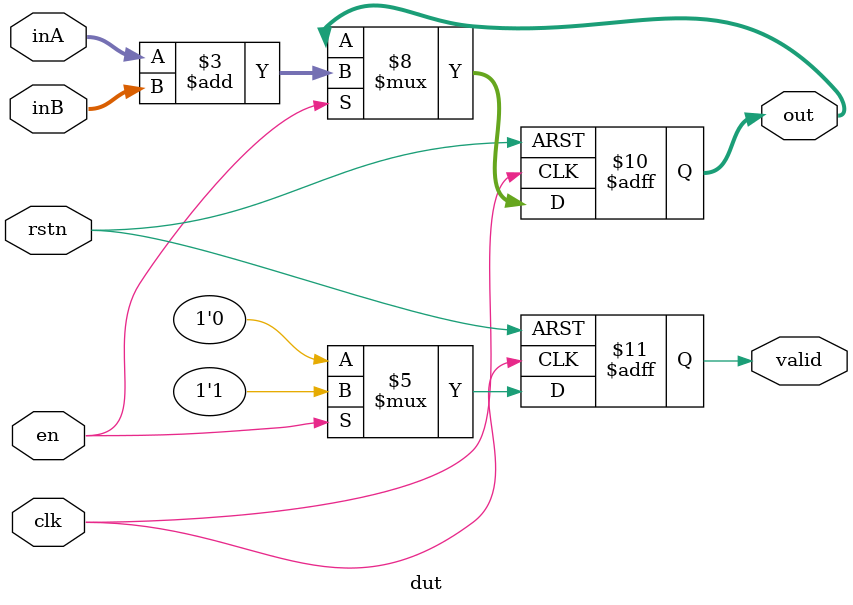
<source format=sv>

module dut #(parameter WIDTH_p = 8)
( 
  input  logic              clk, rstn,
  input  logic              en,
  input  logic[WIDTH_p-1:0] inA, inB,
  output logic[WIDTH_p-1:0] out,
  output logic              valid
 );

  always_ff@(posedge clk or negedge rstn)
    if(!rstn) begin
      out   <= '0;
      valid <= 'b0;
    end
    else if (en) begin
      out   <= inA + inB;
      valid <= 1'b1;
    end
    else begin
      valid <= 1'b0;
    end

endmodule : dut

</source>
